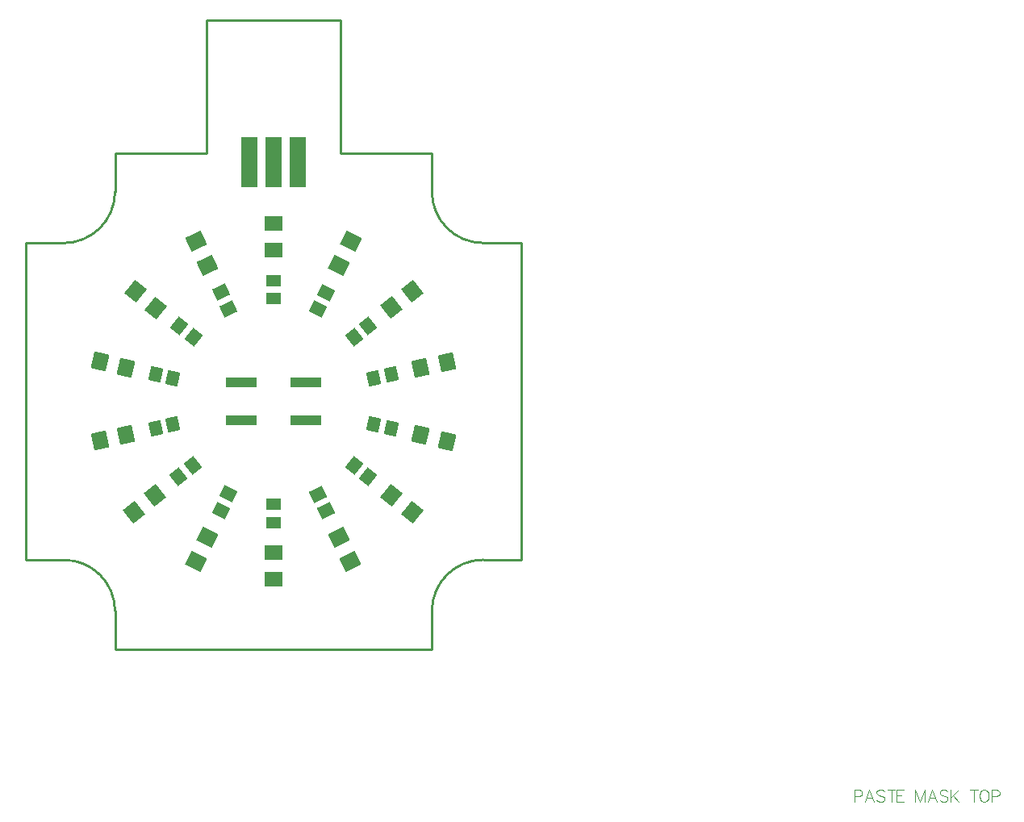
<source format=gtp>
%FSLAX24Y24*%
%MOIN*%
G70*
G01*
G75*
G04 Layer_Color=8421504*
%ADD10C,0.0300*%
%ADD11R,0.0650X0.2100*%
G04:AMPARAMS|DCode=12|XSize=51.2mil|YSize=59.1mil|CornerRadius=0mil|HoleSize=0mil|Usage=FLASHONLY|Rotation=192.850|XOffset=0mil|YOffset=0mil|HoleType=Round|Shape=Rectangle|*
%AMROTATEDRECTD12*
4,1,4,0.0184,0.0345,0.0315,-0.0231,-0.0184,-0.0345,-0.0315,0.0231,0.0184,0.0345,0.0*
%
%ADD12ROTATEDRECTD12*%

G04:AMPARAMS|DCode=13|XSize=51.2mil|YSize=59.1mil|CornerRadius=0mil|HoleSize=0mil|Usage=FLASHONLY|Rotation=321.250|XOffset=0mil|YOffset=0mil|HoleType=Round|Shape=Rectangle|*
%AMROTATEDRECTD13*
4,1,4,-0.0384,-0.0070,-0.0015,0.0390,0.0384,0.0070,0.0015,-0.0390,-0.0384,-0.0070,0.0*
%
%ADD13ROTATEDRECTD13*%

G04:AMPARAMS|DCode=14|XSize=51.2mil|YSize=59.1mil|CornerRadius=0mil|HoleSize=0mil|Usage=FLASHONLY|Rotation=346.950|XOffset=0mil|YOffset=0mil|HoleType=Round|Shape=Rectangle|*
%AMROTATEDRECTD14*
4,1,4,-0.0316,-0.0230,-0.0183,0.0345,0.0316,0.0230,0.0183,-0.0345,-0.0316,-0.0230,0.0*
%
%ADD14ROTATEDRECTD14*%

G04:AMPARAMS|DCode=15|XSize=51.2mil|YSize=59.1mil|CornerRadius=0mil|HoleSize=0mil|Usage=FLASHONLY|Rotation=64.250|XOffset=0mil|YOffset=0mil|HoleType=Round|Shape=Rectangle|*
%AMROTATEDRECTD15*
4,1,4,0.0155,-0.0359,-0.0377,-0.0102,-0.0155,0.0359,0.0377,0.0102,0.0155,-0.0359,0.0*
%
%ADD15ROTATEDRECTD15*%

%ADD16R,0.0591X0.0512*%
G04:AMPARAMS|DCode=17|XSize=63mil|YSize=70.9mil|CornerRadius=0mil|HoleSize=0mil|Usage=FLASHONLY|Rotation=141.250|XOffset=0mil|YOffset=0mil|HoleType=Round|Shape=Rectangle|*
%AMROTATEDRECTD17*
4,1,4,0.0467,0.0079,0.0024,-0.0473,-0.0467,-0.0079,-0.0024,0.0473,0.0467,0.0079,0.0*
%
%ADD17ROTATEDRECTD17*%

G04:AMPARAMS|DCode=18|XSize=63mil|YSize=70.9mil|CornerRadius=0mil|HoleSize=0mil|Usage=FLASHONLY|Rotation=166.950|XOffset=0mil|YOffset=0mil|HoleType=Round|Shape=Rectangle|*
%AMROTATEDRECTD18*
4,1,4,0.0387,0.0274,0.0227,-0.0416,-0.0387,-0.0274,-0.0227,0.0416,0.0387,0.0274,0.0*
%
%ADD18ROTATEDRECTD18*%

G04:AMPARAMS|DCode=19|XSize=63mil|YSize=70.9mil|CornerRadius=0mil|HoleSize=0mil|Usage=FLASHONLY|Rotation=192.850|XOffset=0mil|YOffset=0mil|HoleType=Round|Shape=Rectangle|*
%AMROTATEDRECTD19*
4,1,4,0.0228,0.0416,0.0386,-0.0275,-0.0228,-0.0416,-0.0386,0.0275,0.0228,0.0416,0.0*
%
%ADD19ROTATEDRECTD19*%

G04:AMPARAMS|DCode=20|XSize=63mil|YSize=70.9mil|CornerRadius=0mil|HoleSize=0mil|Usage=FLASHONLY|Rotation=218.550|XOffset=0mil|YOffset=0mil|HoleType=Round|Shape=Rectangle|*
%AMROTATEDRECTD20*
4,1,4,0.0026,0.0473,0.0467,-0.0081,-0.0026,-0.0473,-0.0467,0.0081,0.0026,0.0473,0.0*
%
%ADD20ROTATEDRECTD20*%

G04:AMPARAMS|DCode=21|XSize=63mil|YSize=70.9mil|CornerRadius=0mil|HoleSize=0mil|Usage=FLASHONLY|Rotation=244.100|XOffset=0mil|YOffset=0mil|HoleType=Round|Shape=Rectangle|*
%AMROTATEDRECTD21*
4,1,4,-0.0181,0.0438,0.0456,0.0129,0.0181,-0.0438,-0.0456,-0.0129,-0.0181,0.0438,0.0*
%
%ADD21ROTATEDRECTD21*%

G04:AMPARAMS|DCode=22|XSize=63mil|YSize=70.9mil|CornerRadius=0mil|HoleSize=0mil|Usage=FLASHONLY|Rotation=269.850|XOffset=0mil|YOffset=0mil|HoleType=Round|Shape=Rectangle|*
%AMROTATEDRECTD22*
4,1,4,-0.0354,0.0316,0.0355,0.0314,0.0354,-0.0316,-0.0355,-0.0314,-0.0354,0.0316,0.0*
%
%ADD22ROTATEDRECTD22*%

G04:AMPARAMS|DCode=23|XSize=63mil|YSize=70.9mil|CornerRadius=0mil|HoleSize=0mil|Usage=FLASHONLY|Rotation=295.550|XOffset=0mil|YOffset=0mil|HoleType=Round|Shape=Rectangle|*
%AMROTATEDRECTD23*
4,1,4,-0.0456,0.0131,0.0184,0.0437,0.0456,-0.0131,-0.0184,-0.0437,-0.0456,0.0131,0.0*
%
%ADD23ROTATEDRECTD23*%

%ADD24R,0.1260X0.0394*%
%ADD25R,0.1260X0.0394*%
G04:AMPARAMS|DCode=26|XSize=51.2mil|YSize=59.1mil|CornerRadius=0mil|HoleSize=0mil|Usage=FLASHONLY|Rotation=38.550|XOffset=0mil|YOffset=0mil|HoleType=Round|Shape=Rectangle|*
%AMROTATEDRECTD26*
4,1,4,-0.0016,-0.0390,-0.0384,0.0071,0.0016,0.0390,0.0384,-0.0071,-0.0016,-0.0390,0.0*
%
%ADD26ROTATEDRECTD26*%

G04:AMPARAMS|DCode=27|XSize=51.2mil|YSize=59.1mil|CornerRadius=0mil|HoleSize=0mil|Usage=FLASHONLY|Rotation=295.550|XOffset=0mil|YOffset=0mil|HoleType=Round|Shape=Rectangle|*
%AMROTATEDRECTD27*
4,1,4,-0.0377,0.0104,0.0156,0.0358,0.0377,-0.0104,-0.0156,-0.0358,-0.0377,0.0104,0.0*
%
%ADD27ROTATEDRECTD27*%

G04:AMPARAMS|DCode=28|XSize=51.2mil|YSize=59.1mil|CornerRadius=0mil|HoleSize=0mil|Usage=FLASHONLY|Rotation=115.150|XOffset=0mil|YOffset=0mil|HoleType=Round|Shape=Rectangle|*
%AMROTATEDRECTD28*
4,1,4,0.0376,-0.0106,-0.0159,-0.0357,-0.0376,0.0106,0.0159,0.0357,0.0376,-0.0106,0.0*
%
%ADD28ROTATEDRECTD28*%

G04:AMPARAMS|DCode=29|XSize=63mil|YSize=70.9mil|CornerRadius=0mil|HoleSize=0mil|Usage=FLASHONLY|Rotation=115.150|XOffset=0mil|YOffset=0mil|HoleType=Round|Shape=Rectangle|*
%AMROTATEDRECTD29*
4,1,4,0.0455,-0.0135,-0.0187,-0.0436,-0.0455,0.0135,0.0187,0.0436,0.0455,-0.0135,0.0*
%
%ADD29ROTATEDRECTD29*%

%ADD30C,0.0200*%
%ADD31C,0.0049*%
%ADD32C,0.0100*%
%ADD33C,0.1400*%
%ADD34C,0.0079*%
%ADD35C,0.0098*%
%ADD36C,0.0010*%
%ADD37C,0.0080*%
%ADD38C,0.0039*%
%ADD39C,0.0120*%
%ADD40R,0.3900X0.0630*%
D11*
X5543Y20111D02*
D03*
X6543D02*
D03*
X7543D02*
D03*
D12*
X2397Y9295D02*
D03*
X1668Y9128D02*
D03*
X10690Y11178D02*
D03*
X11419Y11344D02*
D03*
D13*
X9867Y7584D02*
D03*
X10450Y7116D02*
D03*
X3236Y12877D02*
D03*
X2652Y13345D02*
D03*
D14*
X10688Y9288D02*
D03*
X11417Y9119D02*
D03*
X2398Y11185D02*
D03*
X1670Y11353D02*
D03*
D15*
X8394Y14064D02*
D03*
X8719Y14738D02*
D03*
X4693Y6408D02*
D03*
X4367Y5735D02*
D03*
D16*
X6543Y14488D02*
D03*
X6543Y15236D02*
D03*
X6536Y5984D02*
D03*
X6534Y5236D02*
D03*
D17*
X1697Y14105D02*
D03*
X838Y14795D02*
D03*
X11421Y6344D02*
D03*
X12281Y5654D02*
D03*
D18*
X460Y11628D02*
D03*
X-614Y11877D02*
D03*
X12626Y8845D02*
D03*
X13700Y8596D02*
D03*
D19*
X458Y8854D02*
D03*
X-617Y8609D02*
D03*
X12628Y11618D02*
D03*
X13703Y11863D02*
D03*
D20*
X1659Y6352D02*
D03*
X797Y5665D02*
D03*
X11427Y14120D02*
D03*
X12289Y14807D02*
D03*
D21*
X3828Y4618D02*
D03*
X3347Y3626D02*
D03*
X9260Y15854D02*
D03*
X9739Y16847D02*
D03*
D22*
X6545Y3996D02*
D03*
X6542Y2894D02*
D03*
X6543Y16476D02*
D03*
Y17579D02*
D03*
D23*
X9251Y4614D02*
D03*
X9726Y3619D02*
D03*
D24*
X7882Y9449D02*
D03*
X7882Y11024D02*
D03*
D25*
X5205Y9449D02*
D03*
Y11024D02*
D03*
D26*
X9871Y12883D02*
D03*
X10456Y13349D02*
D03*
X3215Y7590D02*
D03*
X2630Y7123D02*
D03*
D27*
X8388Y6405D02*
D03*
X8711Y5730D02*
D03*
D28*
X4696Y14066D02*
D03*
X4378Y14743D02*
D03*
D29*
X3832Y15857D02*
D03*
X3364Y16855D02*
D03*
D31*
X30536Y-6074D02*
X30747D01*
X30817Y-6051D01*
X30840Y-6027D01*
X30864Y-5980D01*
Y-5910D01*
X30840Y-5863D01*
X30817Y-5840D01*
X30747Y-5816D01*
X30536D01*
Y-6308D01*
X31349D02*
X31161Y-5816D01*
X30974Y-6308D01*
X31044Y-6144D02*
X31279D01*
X31792Y-5887D02*
X31745Y-5840D01*
X31674Y-5816D01*
X31581D01*
X31511Y-5840D01*
X31464Y-5887D01*
Y-5934D01*
X31487Y-5980D01*
X31511Y-6004D01*
X31557Y-6027D01*
X31698Y-6074D01*
X31745Y-6098D01*
X31768Y-6121D01*
X31792Y-6168D01*
Y-6238D01*
X31745Y-6285D01*
X31674Y-6308D01*
X31581D01*
X31511Y-6285D01*
X31464Y-6238D01*
X32066Y-5816D02*
Y-6308D01*
X31902Y-5816D02*
X32230D01*
X32593D02*
X32288D01*
Y-6308D01*
X32593D01*
X32288Y-6051D02*
X32476D01*
X33062Y-5816D02*
Y-6308D01*
Y-5816D02*
X33249Y-6308D01*
X33436Y-5816D02*
X33249Y-6308D01*
X33436Y-5816D02*
Y-6308D01*
X33952D02*
X33764Y-5816D01*
X33577Y-6308D01*
X33647Y-6144D02*
X33882D01*
X34395Y-5887D02*
X34348Y-5840D01*
X34278Y-5816D01*
X34184D01*
X34114Y-5840D01*
X34067Y-5887D01*
Y-5934D01*
X34090Y-5980D01*
X34114Y-6004D01*
X34160Y-6027D01*
X34301Y-6074D01*
X34348Y-6098D01*
X34371Y-6121D01*
X34395Y-6168D01*
Y-6238D01*
X34348Y-6285D01*
X34278Y-6308D01*
X34184D01*
X34114Y-6285D01*
X34067Y-6238D01*
X34505Y-5816D02*
Y-6308D01*
X34833Y-5816D02*
X34505Y-6144D01*
X34622Y-6027D02*
X34833Y-6308D01*
X35494Y-5816D02*
Y-6308D01*
X35330Y-5816D02*
X35658D01*
X35857D02*
X35810Y-5840D01*
X35763Y-5887D01*
X35740Y-5934D01*
X35716Y-6004D01*
Y-6121D01*
X35740Y-6191D01*
X35763Y-6238D01*
X35810Y-6285D01*
X35857Y-6308D01*
X35950D01*
X35997Y-6285D01*
X36044Y-6238D01*
X36068Y-6191D01*
X36091Y-6121D01*
Y-6004D01*
X36068Y-5934D01*
X36044Y-5887D01*
X35997Y-5840D01*
X35950Y-5816D01*
X35857D01*
X36206Y-6074D02*
X36417D01*
X36487Y-6051D01*
X36510Y-6027D01*
X36534Y-5980D01*
Y-5910D01*
X36510Y-5863D01*
X36487Y-5840D01*
X36417Y-5816D01*
X36206D01*
Y-6308D01*
D32*
X13091Y18902D02*
G03*
X15209Y16783I2118J0D01*
G01*
X-2118D02*
G03*
X-0Y18902I0J2118D01*
G01*
X0Y1575D02*
G03*
X-2118Y3693I-2118J0D01*
G01*
X15209D02*
G03*
X13091Y1575I0J-2118D01*
G01*
X9301Y20476D02*
Y25988D01*
X3789Y20476D02*
Y25988D01*
X9301Y20476D02*
X13091D01*
X-0D02*
X3789D01*
X15209Y16783D02*
X16783D01*
X13091Y18902D02*
Y20476D01*
X-0Y18902D02*
Y20476D01*
X-3693Y16783D02*
X-2118D01*
X-3693D02*
X-3693Y3693D01*
X-2118D01*
X0Y0D02*
Y1575D01*
X13091Y0D02*
Y1575D01*
X15209Y3693D02*
X16783D01*
X3789Y25988D02*
X9301D01*
X16783Y3693D02*
X16783Y16783D01*
X0Y0D02*
X13091D01*
M02*

</source>
